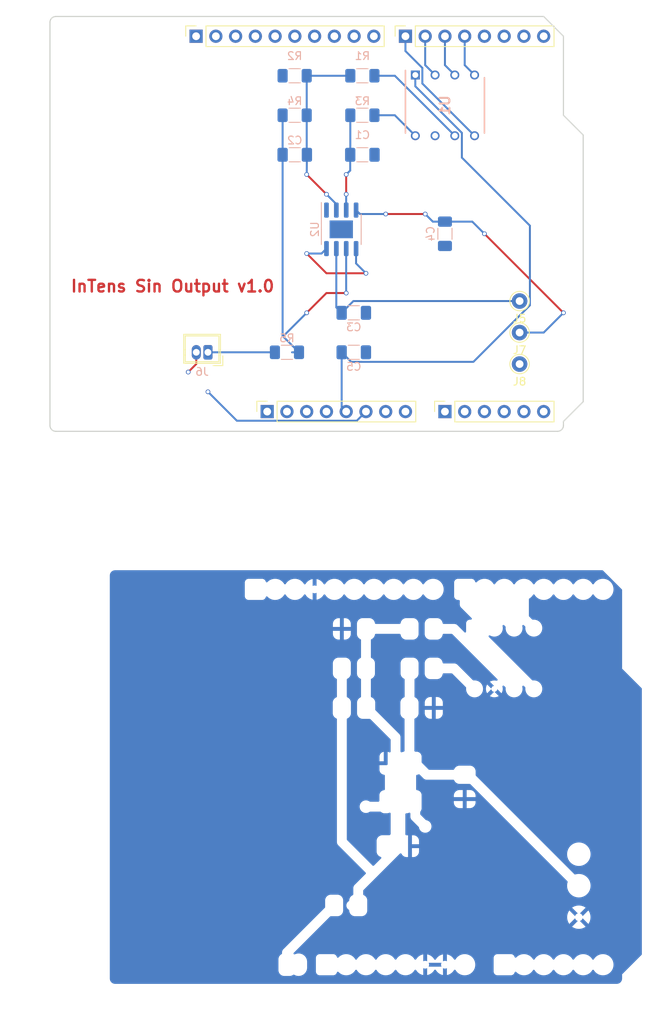
<source format=kicad_pcb>
(kicad_pcb (version 20221018) (generator pcbnew)
  (title_block (date "mar. 31 mars 2015"))
  (layers (0 "F.Cu" signal) (31 "B.Cu" signal) (34 "B.Paste" user) (35 "F.Paste" user) (36 "B.SilkS" user "B.Silkscreen") (37 "F.SilkS" user "F.Silkscreen") (38 "B.Mask" user) (39 "F.Mask" user) (44 "Edge.Cuts" user))
  (net 0 "")
  (net 1 "GND")
  (net 3 "+5V")
  (net 4 "/IOREF")
  (net 5 "/A0")
  (net 6 "/A1")
  (net 7 "/A2")
  (net 8 "/A3")
  (net 9 "/SDA{slash}A4")
  (net 10 "/SCL{slash}A5")
  (net 11 "/13")
  (net 12 "/12")
  (net 13 "/AREF")
  (net 14 "/8")
  (net 15 "/7")
  (net 16 "/*11")
  (net 17 "/*10")
  (net 18 "/*9")
  (net 19 "/4")
  (net 20 "/2")
  (net 21 "/*6")
  (net 22 "/*5")
  (net 23 "/TX{slash}1")
  (net 24 "/*3")
  (net 25 "/RX{slash}0")
  (net 26 "+3V3")
  (net 27 "VCC")
  (net 28 "/~{RESET}")
  (net 29 "Net-(C1-Pad1)")
  (net 30 "Net-(J6-Pin_1)")
  (net 31 "Net-(U1-Vref)")
  (net 32 "Net-(U1-Vout)")
  (net 33 "Net-(C2-Pad1)")
  (net 34 "Net-(C2-Pad2)")
  (net 37 "Net-(U2-Pad5)")
  (net 38 "-VSW")
  (net 39 "HT")
  (footprint "Connector_PinSocket_2.54mm:PinSocket_1x08_P2.54mm_Vertical" (layer "F.Cu") (at 127.94 97.46 90)
    (fp_text reference "J1" hide)
    (fp_text value "Power")
    (fp_line (start -1.33 1.27) (end -1.33 19.11) (stroke (width 0.12)) (layer "F.SilkS"))
    (fp_line (start -1.33 1.27) (end 1.33 1.27) (stroke (width 0.12)) (layer "F.SilkS"))
    (fp_line (start -1.33 19.11) (end 1.33 19.11) (stroke (width 0.12)) (layer "F.SilkS"))
    (fp_line (start 0 -1.33) (end 1.33 -1.33) (stroke (width 0.12)) (layer "F.SilkS"))
    (fp_line (start 1.33 -1.33) (end 1.33 0) (stroke (width 0.12)) (layer "F.SilkS"))
    (fp_line (start 1.33 1.27) (end 1.33 19.11) (stroke (width 0.12)) (layer "F.SilkS"))
    (pad "1" thru_hole rect locked (at 0 0 90) (size 1.7 1.7) (drill 1) (layers "*.Cu" "*.Mask"))
    (pad "2" thru_hole oval locked (at 0 2.54 90) (size 1.7 1.7) (drill 1) (layers "*.Cu" "*.Mask") (net 4 "/IOREF"))
    (pad "3" thru_hole oval locked (at 0 5.08 90) (size 1.7 1.7) (drill 1) (layers "*.Cu" "*.Mask") (net 28 "/~{RESET}"))
    (pad "4" thru_hole oval locked (at 0 7.62 90) (size 1.7 1.7) (drill 1) (layers "*.Cu" "*.Mask") (net 26 "+3V3"))
    (pad "5" thru_hole oval locked (at 0 10.16 90) (size 1.7 1.7) (drill 1) (layers "*.Cu" "*.Mask") (net 3 "+5V"))
    (pad "6" thru_hole oval locked (at 0 12.7 90) (size 1.7 1.7) (drill 1) (layers "*.Cu" "*.Mask") (net 1 "GND"))
    (pad "7" thru_hole oval locked (at 0 15.24 90) (size 1.7 1.7) (drill 1) (layers "*.Cu" "*.Mask") (net 1 "GND"))
    (pad "8" thru_hole oval locked (at 0 17.78 90) (size 1.7 1.7) (drill 1) (layers "*.Cu" "*.Mask") (net 27 "VCC"))
  )
  (footprint "Connector_PinSocket_2.54mm:PinSocket_1x06_P2.54mm_Vertical" (layer "F.Cu") (at 150.8 97.46 90)
    (fp_text reference "J3" hide)
    (fp_text value "Analog")
    (fp_line (start -1.33 1.27) (end -1.33 14.03) (stroke (width 0.12)) (layer "F.SilkS"))
    (fp_line (start -1.33 1.27) (end 1.33 1.27) (stroke (width 0.12)) (layer "F.SilkS"))
    (fp_line (start -1.33 14.03) (end 1.33 14.03) (stroke (width 0.12)) (layer "F.SilkS"))
    (fp_line (start 0 -1.33) (end 1.33 -1.33) (stroke (width 0.12)) (layer "F.SilkS"))
    (fp_line (start 1.33 -1.33) (end 1.33 0) (stroke (width 0.12)) (layer "F.SilkS"))
    (fp_line (start 1.33 1.27) (end 1.33 14.03) (stroke (width 0.12)) (layer "F.SilkS"))
    (pad "1" thru_hole rect locked (at 0 0 90) (size 1.7 1.7) (drill 1) (layers "*.Cu" "*.Mask") (net 5 "/A0"))
    (pad "2" thru_hole oval locked (at 0 2.54 90) (size 1.7 1.7) (drill 1) (layers "*.Cu" "*.Mask") (net 6 "/A1"))
    (pad "3" thru_hole oval locked (at 0 5.08 90) (size 1.7 1.7) (drill 1) (layers "*.Cu" "*.Mask") (net 7 "/A2"))
    (pad "4" thru_hole oval locked (at 0 7.62 90) (size 1.7 1.7) (drill 1) (layers "*.Cu" "*.Mask") (net 8 "/A3"))
    (pad "5" thru_hole oval locked (at 0 10.16 90) (size 1.7 1.7) (drill 1) (layers "*.Cu" "*.Mask") (net 9 "/SDA{slash}A4"))
    (pad "6" thru_hole oval locked (at 0 12.7 90) (size 1.7 1.7) (drill 1) (layers "*.Cu" "*.Mask") (net 10 "/SCL{slash}A5"))
  )
  (footprint "Connector_PinSocket_2.54mm:PinSocket_1x10_P2.54mm_Vertical" (layer "F.Cu") (at 118.796 49.2 90)
    (fp_text reference "J2" hide)
    (fp_text value "Digital/PWM")
    (fp_line (start -1.33 1.27) (end -1.33 24.19) (stroke (width 0.12)) (layer "F.SilkS"))
    (fp_line (start -1.33 1.27) (end 1.33 1.27) (stroke (width 0.12)) (layer "F.SilkS"))
    (fp_line (start -1.33 24.19) (end 1.33 24.19) (stroke (width 0.12)) (layer "F.SilkS"))
    (fp_line (start 0 -1.33) (end 1.33 -1.33) (stroke (width 0.12)) (layer "F.SilkS"))
    (fp_line (start 1.33 -1.33) (end 1.33 0) (stroke (width 0.12)) (layer "F.SilkS"))
    (fp_line (start 1.33 1.27) (end 1.33 24.19) (stroke (width 0.12)) (layer "F.SilkS"))
    (pad "1" thru_hole rect locked (at 0 0 90) (size 1.7 1.7) (drill 1) (layers "*.Cu" "*.Mask"))
    (pad "2" thru_hole oval locked (at 0 2.54 90) (size 1.7 1.7) (drill 1) (layers "*.Cu" "*.Mask"))
    (pad "3" thru_hole oval locked (at 0 5.08 90) (size 1.7 1.7) (drill 1) (layers "*.Cu" "*.Mask") (net 13 "/AREF"))
    (pad "4" thru_hole oval locked (at 0 7.62 90) (size 1.7 1.7) (drill 1) (layers "*.Cu" "*.Mask") (net 1 "GND"))
    (pad "5" thru_hole oval locked (at 0 10.16 90) (size 1.7 1.7) (drill 1) (layers "*.Cu" "*.Mask") (net 11 "/13"))
    (pad "6" thru_hole oval locked (at 0 12.7 90) (size 1.7 1.7) (drill 1) (layers "*.Cu" "*.Mask") (net 12 "/12"))
    (pad "7" thru_hole oval locked (at 0 15.24 90) (size 1.7 1.7) (drill 1) (layers "*.Cu" "*.Mask") (net 16 "/*11"))
    (pad "8" thru_hole oval locked (at 0 17.78 90) (size 1.7 1.7) (drill 1) (layers "*.Cu" "*.Mask") (net 17 "/*10"))
    (pad "9" thru_hole oval locked (at 0 20.32 90) (size 1.7 1.7) (drill 1) (layers "*.Cu" "*.Mask") (net 18 "/*9"))
    (pad "10" thru_hole oval locked (at 0 22.86 90) (size 1.7 1.7) (drill 1) (layers "*.Cu" "*.Mask") (net 14 "/8"))
  )
  (footprint "Connector_PinSocket_2.54mm:PinSocket_1x08_P2.54mm_Vertical" (layer "F.Cu") (at 145.72 49.2 90)
    (fp_text reference "J4" hide)
    (fp_text value "Digital/PWM")
    (fp_line (start -1.33 1.27) (end -1.33 19.11) (stroke (width 0.12)) (layer "F.SilkS"))
    (fp_line (start -1.33 1.27) (end 1.33 1.27) (stroke (width 0.12)) (layer "F.SilkS"))
    (fp_line (start -1.33 19.11) (end 1.33 19.11) (stroke (width 0.12)) (layer "F.SilkS"))
    (fp_line (start 0 -1.33) (end 1.33 -1.33) (stroke (width 0.12)) (layer "F.SilkS"))
    (fp_line (start 1.33 -1.33) (end 1.33 0) (stroke (width 0.12)) (layer "F.SilkS"))
    (fp_line (start 1.33 1.27) (end 1.33 19.11) (stroke (width 0.12)) (layer "F.SilkS"))
    (pad "1" thru_hole rect locked (at 0 0 90) (size 1.7 1.7) (drill 1) (layers "*.Cu" "*.Mask") (net 15 "/7"))
    (pad "2" thru_hole oval locked (at 0 2.54 90) (size 1.7 1.7) (drill 1) (layers "*.Cu" "*.Mask") (net 21 "/*6"))
    (pad "3" thru_hole oval locked (at 0 5.08 90) (size 1.7 1.7) (drill 1) (layers "*.Cu" "*.Mask") (net 22 "/*5"))
    (pad "4" thru_hole oval locked (at 0 7.62 90) (size 1.7 1.7) (drill 1) (layers "*.Cu" "*.Mask") (net 19 "/4"))
    (pad "5" thru_hole oval locked (at 0 10.16 90) (size 1.7 1.7) (drill 1) (layers "*.Cu" "*.Mask") (net 24 "/*3"))
    (pad "6" thru_hole oval locked (at 0 12.7 90) (size 1.7 1.7) (drill 1) (layers "*.Cu" "*.Mask") (net 20 "/2"))
    (pad "7" thru_hole oval locked (at 0 15.24 90) (size 1.7 1.7) (drill 1) (layers "*.Cu" "*.Mask") (net 23 "/TX{slash}1"))
    (pad "8" thru_hole oval locked (at 0 17.78 90) (size 1.7 1.7) (drill 1) (layers "*.Cu" "*.Mask") (net 25 "/RX{slash}0"))
  )
  (footprint "Connector_Pin:Pin_D1.0mm_L10.0mm" (layer "F.Cu") (at 160.4012 91.35)
    (fp_text reference "J8" (at 0 2.25) (layer "F.SilkS"))
    (fp_text value "Conn_01x01")
    (fp_circle (center 0 0) (end 1.25 0.05) (stroke (width 0.12)) (fill none) (layer "F.SilkS"))
    (pad "1" thru_hole circle (at 0 0) (size 2 2) (drill 1) (layers "*.Cu" "*.Mask") (net 1 "GND"))
  )
  (footprint "Arduino_MountingHole:MountingHole_3.2mm" (layer "F.Cu") (at 115.24 49.2)
    (fp_text reference "MH1" hide)
    (fp_text value "MountingHole_3.2mm" hide)
    (pad "" np_thru_hole circle locked (at 0 0) (size 3.2 3.2) (drill 3.2) (layers "*.Cu" "*.Mask"))
  )
  (footprint "Connector_Pin:Pin_D1.0mm_L10.0mm" (layer "F.Cu") (at 160.4012 83.25)
    (fp_text reference "J5" (at 0 2.25) (layer "F.SilkS"))
    (fp_text value "Conn_01x01")
    (fp_circle (center 0 0) (end 1.25 0.05) (stroke (width 0.12)) (fill none) (layer "F.SilkS"))
    (pad "1" thru_hole circle (at 0 0) (size 2 2) (drill 1) (layers "*.Cu" "*.Mask") (net 39 "HT"))
  )
  (footprint "Connector_Wuerth:Wuerth_WR-WTB_64800211622_1x02_P1.50mm_Vertical" (layer "F.Cu") (at 120.32 89.84 180)
    (fp_text reference "J6" (at 0.75 -2.5) (layer "B.SilkS") (effects (justify mirror)))
    (fp_text value "Conn_01x01_Socket")
    (fp_line (start -1.91 -1.71) (end -1.91 -0.46) (stroke (width 0.12)) (layer "F.SilkS"))
    (fp_line (start -1.61 -1.41) (end -1.61 2.31) (stroke (width 0.12)) (layer "F.SilkS"))
    (fp_line (start -1.61 -0.35) (end -1.41 -0.35) (stroke (width 0.12)) (layer "F.SilkS"))
    (fp_line (start -1.61 2.31) (end 3.11 2.31) (stroke (width 0.12)) (layer "F.SilkS"))
    (fp_line (start -1.41 -1.21) (end 2.91 -1.21) (stroke (width 0.12)) (layer "F.SilkS"))
    (fp_line (start -1.41 -0.35) (end -1.41 -1.21) (stroke (width 0.12)) (layer "F.SilkS"))
    (fp_line (start -1.41 -0.35) (end -1.41 0.35) (stroke (width 0.12)) (layer "F.SilkS"))
    (fp_line (start -1.41 0.35) (end -1.61 0.35) (stroke (width 0.12)) (layer "F.SilkS"))
    (fp_line (start -1.41 0.35) (end -1.41 2.11) (stroke (width 0.12)) (layer "F.SilkS"))
    (fp_line (start -1.41 2.11) (end 2.91 2.11) (stroke (width 0.12)) (layer "F.SilkS"))
    (fp_line (start -0.66 -1.71) (end -1.91 -1.71) (stroke (width 0.12)) (layer "F.SilkS"))
    (fp_line (start 2.91 -1.21) (end 2.91 -0.35) (stroke (width 0.12)) (layer "F.SilkS"))
    (fp_line (start 2.91 -0.35) (end 2.91 0.35) (stroke (width 0.12)) (layer "F.SilkS"))
    (fp_line (start 2.91 -0.35) (end 3.11 -0.35) (stroke (width 0.12)) (layer "F.SilkS"))
    (fp_line (start 2.91 0.35) (end 3.11 0.35) (stroke (width 0.12)) (layer "F.SilkS"))
    (fp_line (start 2.91 2.11) (end 2.91 0.35) (stroke (width 0.12)) (layer "F.SilkS"))
    (fp_line (start 3.11 -1.41) (end -1.61 -1.41) (stroke (width 0.12)) (layer "F.SilkS"))
    (fp_line (start 3.11 2.31) (end 3.11 -1.41) (stroke (width 0.12)) (layer "F.SilkS"))
    (pad "1" thru_hole roundrect (at 0 0 180) (size 1.17 1.87) (drill 0.87) (layers "*.Cu" "*.Mask") (roundrect_rratio 0.213675) (net 30 "Net-(J6-Pin_1)"))
    (pad "2" thru_hole oval (at 1.5 0 180) (size 1.17 1.87) (drill 0.87) (layers "*.Cu" "*.Mask"))
  )
  (footprint "Connector_Pin:Pin_D1.0mm_L10.0mm" (layer "F.Cu") (at 160.4012 87.3)
    (fp_text reference "J7" (at 0 2.25) (layer "F.SilkS"))
    (fp_text value "Conn_01x01")
    (fp_circle (center 0 0) (end 1.25 0.05) (stroke (width 0.12)) (fill none) (layer "F.SilkS"))
    (pad "1" thru_hole circle (at 0 0) (size 2 2) (drill 1) (layers "*.Cu" "*.Mask") (net 38 "-VSW"))
  )
  (footprint "Arduino_MountingHole:MountingHole_3.2mm" (layer "F.Cu") (at 113.97 97.46)
    (fp_text reference "MH2" hide)
    (fp_text value "MountingHole_3.2mm" hide)
    (pad "" np_thru_hole circle locked (at 0 0) (size 3.2 3.2) (drill 3.2) (layers "*.Cu" "*.Mask"))
  )
  (footprint "Arduino_MountingHole:MountingHole_3.2mm" (layer "F.Cu") (at 166.04 64.44)
    (fp_text reference "MH3" hide)
    (fp_text value "MountingHole_3.2mm" hide)
    (pad "" np_thru_hole circle locked (at 0 0) (size 3.2 3.2) (drill 3.2) (layers "*.Cu" "*.Mask"))
  )
  (footprint "Arduino_MountingHole:MountingHole_3.2mm" (layer "F.Cu") (at 166.04 92.38)
    (fp_text reference "MH4" hide)
    (fp_text value "MountingHole_3.2mm" hide)
    (pad "" np_thru_hole circle locked (at 0 0) (size 3.2 3.2) (drill 3.2) (layers "*.Cu" "*.Mask"))
  )
  (footprint "Resistor_SMD:R_1206_3216Metric_Pad1.30x1.75mm_HandSolder" (layer "B.Cu") (at 140.180358 54.28)
    (fp_text reference "R1" (at 0 -2.54) (layer "B.SilkS") (effects (justify mirror)))
    (fp_text value "16.2kΩ")
    (fp_line (start -0.727064 -0.91) (end 0.727064 -0.91) (stroke (width 0.12)) (layer "B.SilkS"))
    (fp_line (start -0.727064 0.91) (end 0.727064 0.91) (stroke (width 0.12)) (layer "B.SilkS"))
    (pad "1" smd roundrect (at -1.55 0) (size 1.3 1.75) (layers "B.Cu" "B.Paste" "B.Mask") (roundrect_rratio 0.192308) (net 33 "Net-(C2-Pad1)"))
    (pad "2" smd roundrect (at 1.55 0) (size 1.3 1.75) (layers "B.Cu" "B.Paste" "B.Mask") (roundrect_rratio 0.192308) (net 31 "Net-(U1-Vref)"))
  )
  (footprint "Resistor_SMD:R_1206_3216Metric_Pad1.30x1.75mm_HandSolder" (layer "B.Cu") (at 140.180358 59.36 180)
    (fp_text reference "R3" (at 0 1.82) (layer "B.SilkS") (effects (justify mirror)))
    (fp_text value "10kΩ")
    (fp_line (start -0.727064 -0.91) (end 0.727064 -0.91) (stroke (width 0.12)) (layer "B.SilkS"))
    (fp_line (start -0.727064 0.91) (end 0.727064 0.91) (stroke (width 0.12)) (layer "B.SilkS"))
    (pad "1" smd roundrect (at -1.55 0 180) (size 1.3 1.75) (layers "B.Cu" "B.Paste" "B.Mask") (roundrect_rratio 0.192308) (net 32 "Net-(U1-Vout)"))
    (pad "2" smd roundrect (at 1.55 0 180) (size 1.3 1.75) (layers "B.Cu" "B.Paste" "B.Mask") (roundrect_rratio 0.192308) (net 29 "Net-(C1-Pad1)"))
  )
  (footprint "MCP4921_Mouser:DIP781W56P254L950H533Q8N" (layer "B.Cu") (at 150.8 58.09 -90)
    (fp_text reference "U1" (at 0 0 90) (layer "B.SilkS") (effects (font (size 1.27 1.27) (thickness 0.254)) (justify mirror)))
    (fp_text value "MCP4921" hide)
    (fp_line (start -4.485 5.08) (end 3.556 5.08) (stroke (width 0.2)) (layer "B.SilkS"))
    (fp_line (start -3.556 -5.08) (end 3.556 -5.08) (stroke (width 0.2)) (layer "B.SilkS"))
    (pad "1" thru_hole rect (at -3.905 3.81 270) (size 1.159 1.159) (drill 0.759) (layers "*.Cu" "*.Mask") (net 3 "+5V"))
    (pad "2" thru_hole circle (at -3.905 1.27 270) (size 1.159 1.159) (drill 0.759) (layers "*.Cu" "*.Mask") (net 21 "/*6"))
    (pad "3" thru_hole circle (at -3.905 -1.27 270) (size 1.159 1.159) (drill 0.759) (layers "*.Cu" "*.Mask") (net 22 "/*5"))
    (pad "4" thru_hole circle (at -3.905 -3.81 270) (size 1.159 1.159) (drill 0.759) (layers "*.Cu" "*.Mask") (net 19 "/4"))
    (pad "5" thru_hole circle (at 3.905 -3.81 270) (size 1.159 1.159) (drill 0.759) (layers "*.Cu" "*.Mask") (net 15 "/7"))
    (pad "6" thru_hole circle (at 3.905 -1.27 270) (size 1.159 1.159) (drill 0.759) (layers "*.Cu" "*.Mask") (net 31 "Net-(U1-Vref)"))
    (pad "7" thru_hole circle (at 3.905 1.27 270) (size 1.159 1.159) (drill 0.759) (layers "*.Cu" "*.Mask") (net 1 "GND"))
    (pad "8" thru_hole circle (at 3.905 3.81 270) (size 1.159 1.159) (drill 0.759) (layers "*.Cu" "*.Mask") (net 32 "Net-(U1-Vout)"))
  )
  (footprint "Resistor_SMD:R_1206_3216Metric_Pad1.30x1.75mm_HandSolder" (layer "B.Cu") (at 130.48 89.84 180)
    (fp_text reference "R5" (at 0 1.82) (layer "B.SilkS") (effects (justify mirror)))
    (fp_text value "40kΩ")
    (fp_line (start -0.727064 -0.91) (end 0.727064 -0.91) (stroke (width 0.12)) (layer "B.SilkS"))
    (fp_line (start -0.727064 0.91) (end 0.727064 0.91) (stroke (width 0.12)) (layer "B.SilkS"))
    (pad "1" smd roundrect (at -1.55 0 180) (size 1.3 1.75) (layers "B.Cu" "B.Paste" "B.Mask") (roundrect_rratio 0.192308) (net 34 "Net-(C2-Pad2)"))
    (pad "2" smd roundrect (at 1.55 0 180) (size 1.3 1.75) (layers "B.Cu" "B.Paste" "B.Mask") (roundrect_rratio 0.192308) (net 30 "Net-(J6-Pin_1)"))
  )
  (footprint "Capacitor_SMD:C_1206_3216Metric_Pad1.33x1.80mm_HandSolder" (layer "B.Cu") (at 139.0775 89.84)
    (fp_text reference "C5" (at 0 1.85) (layer "B.SilkS") (effects (justify mirror)))
    (fp_text value "0.1 uF")
    (fp_line (start -0.711252 -0.91) (end 0.711252 -0.91) (stroke (width 0.12)) (layer "B.SilkS"))
    (fp_line (start -0.711252 0.91) (end 0.711252 0.91) (stroke (width 0.12)) (layer "B.SilkS"))
    (pad "1" smd roundrect (at -1.5625 0) (size 1.325 1.8) (layers "B.Cu" "B.Paste" "B.Mask") (roundrect_rratio 0.188679) (net 3 "+5V"))
    (pad "2" smd roundrect (at 1.5625 0) (size 1.325 1.8) (layers "B.Cu" "B.Paste" "B.Mask") (roundrect_rratio 0.188679) (net 1 "GND"))
  )
  (footprint "Capacitor_SMD:C_1206_3216Metric_Pad1.33x1.80mm_HandSolder" (layer "B.Cu") (at 139.0775 84.76)
    (fp_text reference "C3" (at 0 1.85) (layer "B.SilkS") (effects (justify mirror)))
    (fp_text value "0.1uF")
    (fp_line (start -0.711252 -0.91) (end 0.711252 -0.91) (stroke (width 0.12)) (layer "B.SilkS"))
    (fp_line (start -0.711252 0.91) (end 0.711252 0.91) (stroke (width 0.12)) (layer "B.SilkS"))
    (pad "1" smd roundrect (at -1.5625 0) (size 1.325 1.8) (layers "B.Cu" "B.Paste" "B.Mask") (roundrect_rratio 0.188679) (net 39 "HT"))
    (pad "2" smd roundrect (at 1.5625 0) (size 1.325 1.8) (layers "B.Cu" "B.Paste" "B.Mask") (roundrect_rratio 0.188679) (net 1 "GND"))
  )
  (footprint "Package_SO:SOIC-8-1EP_3.9x4.9mm_P1.27mm_EP2.29x3mm" (layer "B.Cu") (at 137.465 74.03 -90)
    (fp_text reference "U2" (at 0 3.4 90) (layer "B.SilkS") (effects (justify mirror)))
    (fp_text value "LTC6090")
    (fp_line (start 0 -2.56) (end -1.95 -2.56) (stroke (width 0.12)) (layer "B.SilkS"))
    (fp_line (start 0 -2.56) (end 1.95 -2.56) (stroke (width 0.12)) (layer "B.SilkS"))
    (fp_line (start 0 2.56) (end -3.45 2.56) (stroke (width 0.12)) (layer "B.SilkS"))
    (fp_line (start 0 2.56) (end 1.95 2.56) (stroke (width 0.12)) (layer "B.SilkS"))
    (pad "1" smd roundrect (at -2.475 1.905 270) (size 1.95 0.6) (layers "B.Cu" "B.Paste" "B.Mask") (net 1 "GND"))
    (pad "2" smd roundrect (at -2.475 0.635 270) (size 1.95 0.6) (layers "B.Cu" "B.Paste" "B.Mask") (net 33 "Net-(C2-Pad1)"))
    (pad "3" smd roundrect (at -2.475 -0.635 270) (size 1.95 0.6) (layers "B.Cu" "B.Paste" "B.Mask") (net 29 "Net-(C1-Pad1)"))
    (pad "4" smd roundrect (at -2.475 -1.905 270) (size 1.95 0.6) (layers "B.Cu" "B.Paste" "B.Mask") (net 38 "-VSW"))
    (pad "5" smd roundrect (at 2.475 -1.905 270) (size 1.95 0.6) (layers "B.Cu" "B.Paste" "B.Mask") (net 37 "Net-(U2-Pad5)"))
    (pad "6" smd roundrect (at 2.475 -0.635 270) (size 1.95 0.6) (layers "B.Cu" "B.Paste" "B.Mask") (net 34 "Net-(C2-Pad2)"))
    (pad "7" smd roundrect (at 2.475 0.635 270) (size 1.95 0.6) (layers "B.Cu" "B.Paste" "B.Mask") (net 39 "HT"))
    (pad "8" smd roundrect (at 2.475 1.905 270) (size 1.95 0.6) (layers "B.Cu" "B.Paste" "B.Mask") (net 37 "Net-(U2-Pad5)"))
    (pad "9" smd rect (at 0 0 270) (size 2.29 3) (layers "B.Cu" "B.Mask"))
  )
  (footprint "Capacitor_SMD:C_1206_3216Metric_Pad1.33x1.80mm_HandSolder" (layer "B.Cu") (at 131.4825 64.44 180)
    (fp_text reference "C2" (at 0 1.85) (layer "B.SilkS") (effects (justify mirror)))
    (fp_text value "10pF")
    (fp_line (start -0.711252 -0.91) (end 0.711252 -0.91) (stroke (width 0.12)) (layer "B.SilkS"))
    (fp_line (start -0.711252 0.91) (end 0.711252 0.91) (stroke (width 0.12)) (layer "B.SilkS"))
    (pad "1" smd roundrect (at -1.5625 0 180) (size 1.325 1.8) (layers "B.Cu" "B.Paste" "B.Mask") (roundrect_rratio 0.188679) (net 33 "Net-(C2-Pad1)"))
    (pad "2" smd roundrect (at 1.5625 0 180) (size 1.325 1.8) (layers "B.Cu" "B.Paste" "B.Mask") (roundrect_rratio 0.188679) (net 34 "Net-(C2-Pad2)"))
  )
  (footprint "Capacitor_SMD:C_1206_3216Metric_Pad1.33x1.80mm_HandSolder" (layer "B.Cu") (at 140.180358 64.44)
    (fp_text reference "C1" (at 0 -2.54) (layer "B.SilkS") (effects (justify mirror)))
    (fp_text value "470pF")
    (fp_line (start -0.711252 -0.91) (end 0.711252 -0.91) (stroke (width 0.12)) (layer "B.SilkS"))
    (fp_line (start -0.711252 0.91) (end 0.711252 0.91) (stroke (width 0.12)) (layer "B.SilkS"))
    (pad "1" smd roundrect (at -1.5625 0) (size 1.325 1.8) (layers "B.Cu" "B.Paste" "B.Mask") (roundrect_rratio 0.188679) (net 29 "Net-(C1-Pad1)"))
    (pad "2" smd roundrect (at 1.5625 0) (size 1.325 1.8) (layers "B.Cu" "B.Paste" "B.Mask") (roundrect_rratio 0.188679) (net 1 "GND"))
  )
  (footprint "Capacitor_SMD:C_1206_3216Metric_Pad1.33x1.80mm_HandSolder" (layer "B.Cu") (at 150.8 74.6 -90)
    (fp_text reference "C4" (at 0 1.85 90) (layer "B.SilkS") (effects (justify mirror)))
    (fp_text value "0.1uF")
    (fp_line (start -0.711252 -0.91) (end 0.711252 -0.91) (stroke (width 0.12)) (layer "B.SilkS"))
    (fp_line (start -0.711252 0.91) (end 0.711252 0.91) (stroke (width 0.12)) (layer "B.SilkS"))
    (pad "1" smd roundrect (at -1.5625 0 270) (size 1.325 1.8) (layers "B.Cu" "B.Paste" "B.Mask") (roundrect_rratio 0.188679) (net 38 "-VSW"))
    (pad "2" smd roundrect (at 1.5625 0 270) (size 1.325 1.8) (layers "B.Cu" "B.Paste" "B.Mask") (roundrect_rratio 0.188679) (net 1 "GND"))
  )
  (footprint "Resistor_SMD:R_1206_3216Metric_Pad1.30x1.75mm_HandSolder" (layer "B.Cu") (at 131.47 54.28)
    (fp_text reference "R2" (at 0 -2.54) (layer "B.SilkS") (effects (justify mirror)))
    (fp_text value "16.9kΩ")
    (fp_line (start -0.727064 -0.91) (end 0.727064 -0.91) (stroke (width 0.12)) (layer "B.SilkS"))
    (fp_line (start -0.727064 0.91) (end 0.727064 0.91) (stroke (width 0.12)) (layer "B.SilkS"))
    (pad "1" smd roundrect (at -1.55 0) (size 1.3 1.75) (layers "B.Cu" "B.Paste" "B.Mask") (roundrect_rratio 0.192308) (net 1 "GND"))
    (pad "2" smd roundrect (at 1.55 0) (size 1.3 1.75) (layers "B.Cu" "B.Paste" "B.Mask") (roundrect_rratio 0.192308) (net 33 "Net-(C2-Pad1)"))
  )
  (footprint "Resistor_SMD:R_1206_3216Metric_Pad1.30x1.75mm_HandSolder" (layer "B.Cu") (at 131.47 59.36 180)
    (fp_text reference "R4" (at 0 1.82) (layer "B.SilkS") (effects (justify mirror)))
    (fp_text value "453kΩ ")
    (fp_line (start -0.727064 -0.91) (end 0.727064 -0.91) (stroke (width 0.12)) (layer "B.SilkS"))
    (fp_line (start -0.727064 0.91) (end 0.727064 0.91) (stroke (width 0.12)) (layer "B.SilkS"))
    (pad "1" smd roundrect (at -1.55 0 180) (size 1.3 1.75) (layers "B.Cu" "B.Paste" "B.Mask") (roundrect_rratio 0.192308) (net 33 "Net-(C2-Pad1)"))
    (pad "2" smd roundrect (at 1.55 0 180) (size 1.3 1.75) (layers "B.Cu" "B.Paste" "B.Mask") (roundrect_rratio 0.192308) (net 34 "Net-(C2-Pad2)"))
  )
  (gr_line (start 166.04 59.36) (end 168.58 61.9) (stroke (width 0.15)) (layer "Edge.Cuts"))
  (gr_line (start 100 99.238) (end 100 47.422) (stroke (width 0.15)) (layer "Edge.Cuts"))
  (gr_line (start 168.58 61.9) (end 168.58 96.19) (stroke (width 0.15)) (layer "Edge.Cuts"))
  (gr_line (start 165.278 100) (end 100.762 100) (stroke (width 0.15)) (layer "Edge.Cuts"))
  (gr_line (start 100.762 46.66) (end 163.5 46.66) (stroke (width 0.15)) (layer "Edge.Cuts"))
  (gr_arc (start 100.762 100) (mid 100.223185 99.776815) (end 100 99.238) (stroke (width 0.15)) (layer "Edge.Cuts"))
  (gr_line (start 168.58 96.19) (end 166.04 98.73) (stroke (width 0.15)) (layer "Edge.Cuts"))
  (gr_line (start 163.5 46.66) (end 166.04 49.2) (stroke (width 0.15)) (layer "Edge.Cuts"))
  (gr_arc (start 166.04 99.238) (mid 165.816815 99.776815) (end 165.278 100) (stroke (width 0.15)) (layer "Edge.Cuts"))
  (gr_line (start 166.04 49.2) (end 166.04 59.36) (stroke (width 0.15)) (layer "Edge.Cuts"))
  (gr_line (start 166.04 98.73) (end 166.04 99.238) (stroke (width 0.15)) (layer "Edge.Cuts"))
  (gr_arc (start 100 47.422) (mid 100.223185 46.883185) (end 100.762 46.66) (stroke (width 0.15)) (layer "Edge.Cuts"))
  (gr_text "InTens Sin Output v1.0" (at 102.54 82.22) (layer "F.Cu") (effects (font (size 1.5 1.5) (thickness 0.3) bold) (justify left bottom)))
  (segment (start 118.82 91.34) (end 117.78 92.38) (width 0.25) (layer "F.Cu") (net 0))
  (segment (start 118.82 89.84) (end 118.82 91.34) (width 0.25) (layer "F.Cu") (net 0))
  (via (at 117.78 92.38) (size 0.6) (drill 0.4) (layers "F.Cu" "B.Cu") (net 0))
  (segment (start 118.82 89.84) (end 118.82 90.69) (width 0.25) (layer "B.Cu") (net 0))
  (via (at 120.32 94.92) (size 0.6) (drill 0.4) (layers "F.Cu" "B.Cu") (net 1))
  (segment (start 124.035 98.635) (end 120.32 94.92) (width 0.25) (layer "B.Cu") (net 1))
  (segment (start 139.465 98.635) (end 124.035 98.635) (width 0.25) (layer "B.Cu") (net 1))
  (segment (start 140.64 97.46) (end 139.465 98.635) (width 0.25) (layer "B.Cu") (net 1))
  (segment (start 161.7262 83.798833) (end 154.460033 91.065) (width 0.25) (layer "B.Cu") (net 3))
  (segment (start 137.515 96.875) (end 138.1 97.46) (width 0.25) (layer "B.Cu") (net 3))
  (segment (start 146.99 54.185) (end 146.99 55.635843) (width 0.25) (layer "B.Cu") (net 3))
  (segment (start 152.9745 61.620343) (end 152.9745 64.8055) (width 0.25) (layer "B.Cu") (net 3))
  (segment (start 138.74 91.065) (end 137.515 89.84) (width 0.25) (layer "B.Cu") (net 3))
  (segment (start 161.7262 73.5572) (end 161.7262 83.798833) (width 0.25) (layer "B.Cu") (net 3))
  (segment (start 152.9745 64.8055) (end 161.7262 73.5572) (width 0.25) (layer "B.Cu") (net 3))
  (segment (start 146.99 55.635843) (end 152.9745 61.620343) (width 0.25) (layer "B.Cu") (net 3))
  (segment (start 154.460033 91.065) (end 138.74 91.065) (width 0.25) (layer "B.Cu") (net 3))
  (segment (start 137.515 89.84) (end 137.515 96.875) (width 0.25) (layer "B.Cu") (net 3))
  (segment (start 147.8945 53.2805) (end 145.72 51.106) (width 0.25) (layer "B.Cu") (net 15))
  (segment (start 145.72 51.106) (end 145.72 49.2) (width 0.25) (layer "B.Cu") (net 15))
  (segment (start 154.61 61.995) (end 147.8945 55.2795) (width 0.25) (layer "B.Cu") (net 15))
  (segment (start 147.8945 55.2795) (end 147.8945 53.2805) (width 0.25) (layer "B.Cu") (net 15))
  (segment (start 153.34 49.2) (end 153.34 52.915) (width 0.25) (layer "B.Cu") (net 19))
  (segment (start 153.34 52.915) (end 154.61 54.185) (width 0.25) (layer "B.Cu") (net 19))
  (segment (start 148.26 49.2) (end 148.26 52.915) (width 0.25) (layer "B.Cu") (net 21))
  (segment (start 148.26 52.915) (end 149.53 54.185) (width 0.25) (layer "B.Cu") (net 21))
  (segment (start 150.8 49.2) (end 150.8 52.915) (width 0.25) (layer "B.Cu") (net 22))
  (segment (start 150.8 52.915) (end 152.07 54.185) (width 0.25) (layer "B.Cu") (net 22))
  (segment (start 138.1 66.98) (end 138.1 69.52) (width 0.25) (layer "F.Cu") (net 29))
  (via (at 138.1 66.98) (size 0.6) (drill 0.4) (layers "F.Cu" "B.Cu") (net 29))
  (via (at 138.1 69.52) (size 0.6) (drill 0.4) (layers "F.Cu" "B.Cu") (net 29))
  (segment (start 138.1 71.555) (end 138.1 69.52) (width 0.25) (layer "B.Cu") (net 29))
  (segment (start 138.617858 66.462142) (end 138.1 66.98) (width 0.25) (layer "B.Cu") (net 29))
  (segment (start 138.630358 59.36) (end 138.630358 64.4275) (width 0.25) (layer "B.Cu") (net 29))
  (segment (start 138.630358 64.4275) (end 138.617858 64.44) (width 0.25) (layer "B.Cu") (net 29))
  (segment (start 138.617858 64.44) (end 138.617858 66.462142) (width 0.25) (layer "B.Cu") (net 29))
  (segment (start 120.32 89.84) (end 128.93 89.84) (width 0.25) (layer "B.Cu") (net 30))
  (segment (start 144.355 54.28) (end 141.730358 54.28) (width 0.25) (layer "B.Cu") (net 31))
  (segment (start 152.07 61.995) (end 144.355 54.28) (width 0.25) (layer "B.Cu") (net 31))
  (segment (start 141.730358 59.36) (end 144.355 59.36) (width 0.25) (layer "B.Cu") (net 32))
  (segment (start 144.355 59.36) (end 146.99 61.995) (width 0.25) (layer "B.Cu") (net 32))
  (segment (start 133.02 66.98) (end 135.56 69.52) (width 0.25) (layer "F.Cu") (net 33))
  (via (at 133.02 66.98) (size 0.6) (drill 0.4) (layers "F.Cu" "B.Cu") (net 33))
  (via (at 135.56 69.52) (size 0.6) (drill 0.4) (layers "F.Cu" "B.Cu") (net 33))
  (segment (start 133.02 59.36) (end 133.02 64.415) (width 0.25) (layer "B.Cu") (net 33))
  (segment (start 138.630358 54.28) (end 133.02 54.28) (width 0.25) (layer "B.Cu") (net 33))
  (segment (start 136.83 70.79) (end 135.56 69.52) (width 0.25) (layer "B.Cu") (net 33))
  (segment (start 133.02 59.36) (end 133.02 54.28) (width 0.25) (layer "B.Cu") (net 33))
  (segment (start 136.83 71.555) (end 136.83 70.79) (width 0.25) (layer "B.Cu") (net 33))
  (segment (start 133.02 66.98) (end 133.045 66.955) (width 0.25) (layer "B.Cu") (net 33))
  (segment (start 133.045 64.44) (end 133.02 66.98) (width 0.25) (layer "B.Cu") (net 33))
  (segment (start 133.02 64.415) (end 133.045 64.44) (width 0.25) (layer "B.Cu") (net 33))
  (segment (start 135.56 82.22) (end 138.1 82.22) (width 0.25) (layer "F.Cu") (net 34))
  (segment (start 133.02 84.76) (end 135.56 82.22) (width 0.25) (layer "F.Cu") (net 34))
  (via (at 138.1 82.22) (size 0.6) (drill 0.4) (layers "F.Cu" "B.Cu") (net 34))
  (via (at 133.02 84.76) (size 0.6) (drill 0.4) (layers "F.Cu" "B.Cu") (net 34))
  (segment (start 129.92 87.73) (end 132.03 89.84) (width 0.25) (layer "B.Cu") (net 34))
  (segment (start 130.05 87.73) (end 133.02 84.76) (width 0.25) (layer "B.Cu") (net 34))
  (segment (start 129.92 64.44) (end 129.92 87.73) (width 0.25) (layer "B.Cu") (net 34))
  (segment (start 129.92 87.73) (end 130.05 87.73) (width 0.25) (layer "B.Cu") (net 34))
  (segment (start 131.1374 89.84) (end 132.03 89.84) (width 0.25) (layer "B.Cu") (net 34))
  (segment (start 138.1 76.505) (end 138.1 82.22) (width 0.25) (layer "B.Cu") (net 34))
  (segment (start 129.92 59.36) (end 129.92 64.44) (width 0.25) (layer "B.Cu") (net 34))
  (segment (start 135.56 79.68) (end 140.64 79.68) (width 0.25) (layer "F.Cu") (net 37))
  (segment (start 133.02 77.14) (end 135.56 79.68) (width 0.25) (layer "F.Cu") (net 37))
  (via (at 140.64 79.68) (size 0.6) (drill 0.4) (layers "F.Cu" "B.Cu") (net 37))
  (via (at 133.02 77.14) (size 0.6) (drill 0.4) (layers "F.Cu" "B.Cu") (net 37))
  (segment (start 135.56 76.505) (end 134.925 77.14) (width 0.25) (layer "B.Cu") (net 37))
  (segment (start 134.925 77.14) (end 133.02 77.14) (width 0.25) (layer "B.Cu") (net 37))
  (segment (start 139.37 76.505) (end 139.37 78.41) (width 0.25) (layer "B.Cu") (net 37))
  (segment (start 139.37 78.41) (end 140.64 79.68) (width 0.25) (layer "B.Cu") (net 37))
  (segment (start 143.18 72.06) (end 148.26 72.06) (width 0.25) (layer "F.Cu") (net 38))
  (segment (start 155.88 74.6) (end 166.04 84.76) (width 0.25) (layer "F.Cu") (net 38))
  (via (at 166.04 84.76) (size 0.6) (drill 0.4) (layers "F.Cu" "B.Cu") (net 38))
  (via (at 143.18 72.06) (size 0.6) (drill 0.4) (layers "F.Cu" "B.Cu") (net 38))
  (via (at 148.26 72.06) (size 0.6) (drill 0.4) (layers "F.Cu" "B.Cu") (net 38))
  (via (at 155.88 74.6) (size 0.6) (drill 0.4) (layers "F.Cu" "B.Cu") (net 38))
  (segment (start 154.3175 73.0375) (end 155.88 74.6) (width 0.25) (layer "B.Cu") (net 38))
  (segment (start 150.8 73.0375) (end 154.3175 73.0375) (width 0.25) (layer "B.Cu") (net 38))
  (segment (start 160.4012 87.3) (end 163.5 87.3) (width 0.25) (layer "B.Cu") (net 38))
  (segment (start 149.2375 73.0375) (end 148.26 72.06) (width 0.25) (layer "B.Cu") (net 38))
  (segment (start 150.8 73.0375) (end 151.2187 73.0375) (width 0.25) (layer "B.Cu") (net 38))
  (segment (start 139.875 72.06) (end 143.18 72.06) (width 0.25) (layer "B.Cu") (net 38))
  (segment (start 163.5 87.3) (end 166.04 84.76) (width 0.25) (layer "B.Cu") (net 38))
  (segment (start 150.8 73.0375) (end 149.2375 73.0375) (width 0.25) (layer "B.Cu") (net 38))
  (segment (start 139.37 71.555) (end 139.875 72.06) (width 0.25) (layer "B.Cu") (net 38))
  (segment (start 136.83 84.075) (end 137.515 84.76) (width 0.25) (layer "B.Cu") (net 39))
  (segment (start 139.025 83.25) (end 160.4012 83.25) (width 0.25) (layer "B.Cu") (net 39))
  (segment (start 137.515 84.76) (end 139.025 83.25) (width 0.25) (layer "B.Cu") (net 39))
  (segment (start 136.83 76.505) (end 136.83 84.075) (width 0.25) (layer "B.Cu") (net 39))
  (zone (net 1) (net_name "GND") (layer "B.Cu") (connect_pads (clearance 0.508)) (min_thickness 0.25) (fill yes (thermal_gap 0.5) (thermal_bridge_width 0.5))
    (polygon (pts (xy 178.74 115.24) (xy 178.74 176.2) (xy 97.46 176.2) (xy 97.46 115.24)))
  )
)
</source>
